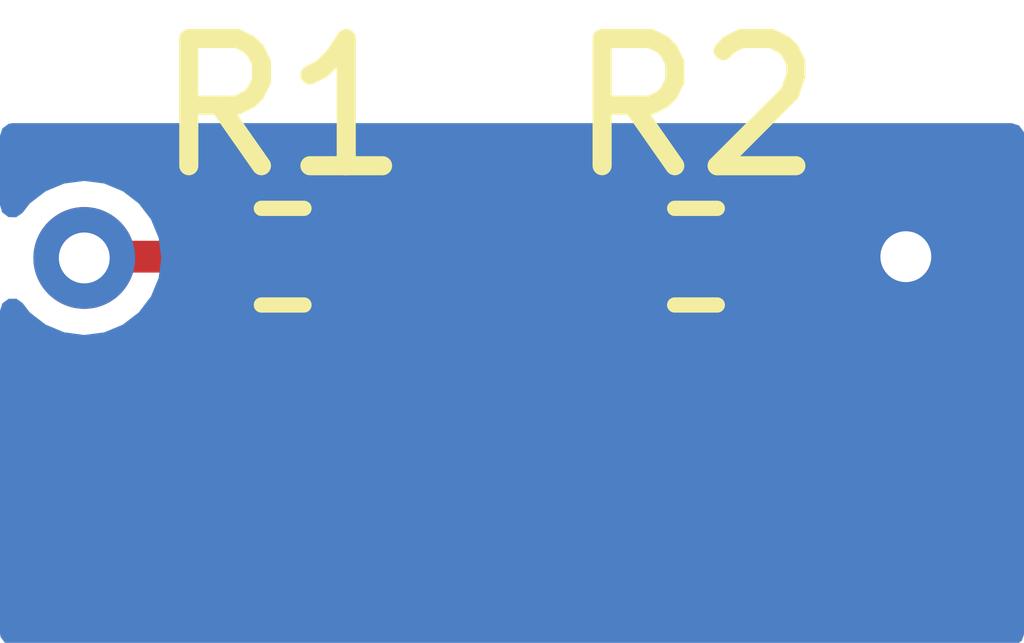
<source format=kicad_pcb>
(kicad_pcb (version 20211014) (generator pcbnew)
  (layers (0 "F.Cu" signal) (31 "B.Cu" signal) (34 "B.Paste" user) (35 "F.Paste" user) (36 "B.SilkS" user "B.Silkscreen") (37 "F.SilkS" user "F.Silkscreen") (38 "B.Mask" user) (39 "F.Mask" user) (44 "Edge.Cuts" user))
  (net 0 "")
  (net 1 "+5V")
  (net 2 "Net-(R1-Pad2)")
  (net 3 "GND")
  (footprint "Resistor_SMD:R_0402_1005Metric_Pad0.72x0.64mm_HandSolder" (layer "F.Cu") (at 82.39 79.14)
    (fp_text reference "R2" (at 0 -1.17) (layer "F.SilkS"))
    (fp_text value "R")
    (fp_line (start -0.167621 -0.38) (end 0.167621 -0.38) (layer "F.SilkS") (width 0.12))
    (fp_line (start -0.167621 0.38) (end 0.167621 0.38) (layer "F.SilkS") (width 0.12))
    (pad "1" smd roundrect locked (at -0.5975 0) (size 0.715 0.64) (layers "F.Cu" "F.Paste" "F.Mask") (net 2 "Net-(R1-Pad2)"))
    (pad "2" smd roundrect locked (at 0.5975 0) (size 0.715 0.64) (layers "F.Cu" "F.Paste" "F.Mask") (net 3 "GND"))
  )
  (footprint "Resistor_SMD:R_0402_1005Metric_Pad0.72x0.64mm_HandSolder" (layer "F.Cu") (at 79.14 79.14)
    (fp_text reference "R1" (at 0 -1.17) (layer "F.SilkS"))
    (fp_text value "R")
    (fp_line (start -0.167621 -0.38) (end 0.167621 -0.38) (layer "F.SilkS") (width 0.12))
    (fp_line (start -0.167621 0.38) (end 0.167621 0.38) (layer "F.SilkS") (width 0.12))
    (pad "1" smd roundrect locked (at -0.5975 0) (size 0.715 0.64) (layers "F.Cu" "F.Paste" "F.Mask") (net 1 "+5V"))
    (pad "2" smd roundrect locked (at 0.5975 0) (size 0.715 0.64) (layers "F.Cu" "F.Paste" "F.Mask") (net 2 "Net-(R1-Pad2)"))
  )
  (segment (start 77.59 79.14) (end 77.58 79.15) (width 0.25) (layer "F.Cu") (net 1))
  (segment (start 78.5425 79.14) (end 77.59 79.14) (width 0.25) (layer "F.Cu") (net 1))
  (via (at 77.58 79.15) (size 0.8) (drill 0.4) (layers "F.Cu" "B.Cu") (net 1))
  (segment (start 79.7375 79.14) (end 81.7925 79.14) (width 0.25) (layer "F.Cu") (net 2))
  (segment (start 82.9875 79.14) (end 84.04 79.14) (width 0.25) (layer "F.Cu") (net 3))
  (via (at 84.04 79.14) (size 0.8) (drill 0.4) (layers "F.Cu" "B.Cu") (net 3))
  (zone (net 3) (net_name "GND") (layer "B.Cu") (connect_pads (clearance 0.2)) (min_thickness 0.2) (fill yes (thermal_gap 0.508) (thermal_bridge_width 0.508))
    (polygon (pts (xy 84.972089 82.199493) (xy 76.917406 82.199493) (xy 76.917406 78.09) (xy 84.972089 78.09)))
  )
)
</source>
